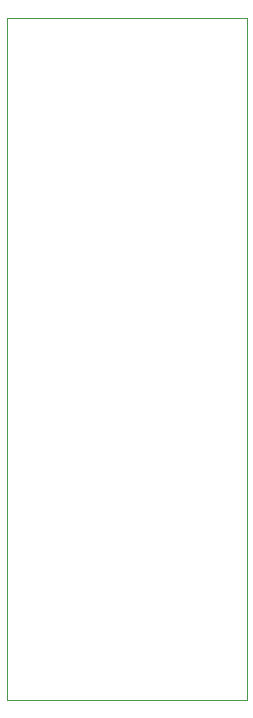
<source format=gbr>
%TF.GenerationSoftware,KiCad,Pcbnew,(6.0.11)*%
%TF.CreationDate,2024-02-23T15:03:39-06:00*%
%TF.ProjectId,PicoAlt,5069636f-416c-4742-9e6b-696361645f70,rev?*%
%TF.SameCoordinates,Original*%
%TF.FileFunction,Profile,NP*%
%FSLAX46Y46*%
G04 Gerber Fmt 4.6, Leading zero omitted, Abs format (unit mm)*
G04 Created by KiCad (PCBNEW (6.0.11)) date 2024-02-23 15:03:39*
%MOMM*%
%LPD*%
G01*
G04 APERTURE LIST*
%TA.AperFunction,Profile*%
%ADD10C,0.100000*%
%TD*%
G04 APERTURE END LIST*
D10*
X158750000Y-70485000D02*
X158750000Y-128270000D01*
X138430000Y-128270000D02*
X138430000Y-70485000D01*
X158750000Y-128270000D02*
X138430000Y-128270000D01*
X138430000Y-70485000D02*
X158750000Y-70485000D01*
M02*

</source>
